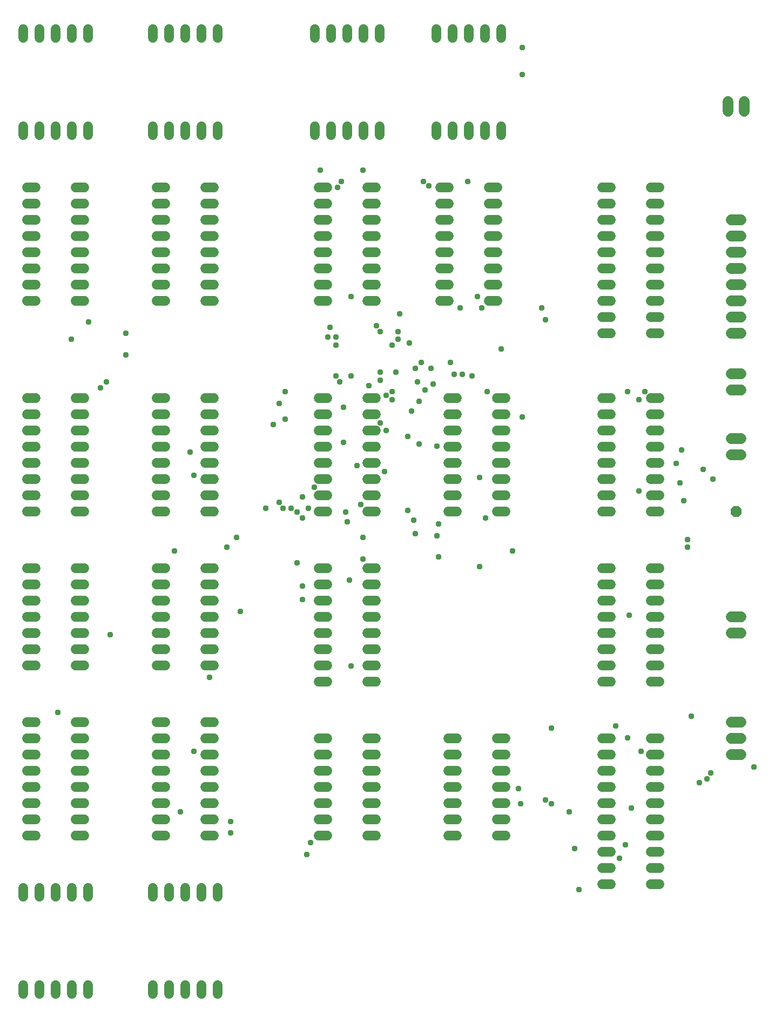
<source format=gbr>
G04 EAGLE Gerber RS-274X export*
G75*
%MOMM*%
%FSLAX34Y34*%
%LPD*%
%INSoldermask Top*%
%IPPOS*%
%AMOC8*
5,1,8,0,0,1.08239X$1,22.5*%
G01*
%ADD10C,1.524000*%
%ADD11C,1.727200*%
%ADD12P,1.869504X8X292.500000*%
%ADD13C,0.959600*%


D10*
X381000Y107696D02*
X381000Y120904D01*
X406400Y120904D02*
X406400Y107696D01*
X431800Y107696D02*
X431800Y120904D01*
X457200Y120904D02*
X457200Y107696D01*
X482600Y107696D02*
X482600Y120904D01*
X482600Y260096D02*
X482600Y273304D01*
X457200Y273304D02*
X457200Y260096D01*
X431800Y260096D02*
X431800Y273304D01*
X406400Y273304D02*
X406400Y260096D01*
X381000Y260096D02*
X381000Y273304D01*
X177800Y120904D02*
X177800Y107696D01*
X203200Y107696D02*
X203200Y120904D01*
X228600Y120904D02*
X228600Y107696D01*
X254000Y107696D02*
X254000Y120904D01*
X279400Y120904D02*
X279400Y107696D01*
X279400Y260096D02*
X279400Y273304D01*
X254000Y273304D02*
X254000Y260096D01*
X228600Y260096D02*
X228600Y273304D01*
X203200Y273304D02*
X203200Y260096D01*
X177800Y260096D02*
X177800Y273304D01*
X183896Y774700D02*
X197104Y774700D01*
X197104Y749300D02*
X183896Y749300D01*
X183896Y622300D02*
X197104Y622300D01*
X260096Y622300D02*
X273304Y622300D01*
X197104Y723900D02*
X183896Y723900D01*
X183896Y698500D02*
X197104Y698500D01*
X197104Y647700D02*
X183896Y647700D01*
X183896Y673100D02*
X197104Y673100D01*
X260096Y647700D02*
X273304Y647700D01*
X273304Y673100D02*
X260096Y673100D01*
X260096Y698500D02*
X273304Y698500D01*
X273304Y723900D02*
X260096Y723900D01*
X260096Y749300D02*
X273304Y749300D01*
X273304Y774700D02*
X260096Y774700D01*
X387096Y774700D02*
X400304Y774700D01*
X400304Y749300D02*
X387096Y749300D01*
X387096Y622300D02*
X400304Y622300D01*
X463296Y622300D02*
X476504Y622300D01*
X400304Y723900D02*
X387096Y723900D01*
X387096Y698500D02*
X400304Y698500D01*
X400304Y647700D02*
X387096Y647700D01*
X387096Y673100D02*
X400304Y673100D01*
X463296Y647700D02*
X476504Y647700D01*
X476504Y673100D02*
X463296Y673100D01*
X463296Y698500D02*
X476504Y698500D01*
X476504Y723900D02*
X463296Y723900D01*
X463296Y749300D02*
X476504Y749300D01*
X476504Y774700D02*
X463296Y774700D01*
X641096Y774700D02*
X654304Y774700D01*
X654304Y749300D02*
X641096Y749300D01*
X641096Y622300D02*
X654304Y622300D01*
X654304Y596900D02*
X641096Y596900D01*
X641096Y723900D02*
X654304Y723900D01*
X654304Y698500D02*
X641096Y698500D01*
X641096Y647700D02*
X654304Y647700D01*
X654304Y673100D02*
X641096Y673100D01*
X717296Y596900D02*
X730504Y596900D01*
X730504Y622300D02*
X717296Y622300D01*
X717296Y647700D02*
X730504Y647700D01*
X730504Y673100D02*
X717296Y673100D01*
X717296Y698500D02*
X730504Y698500D01*
X730504Y723900D02*
X717296Y723900D01*
X717296Y749300D02*
X730504Y749300D01*
X730504Y774700D02*
X717296Y774700D01*
X844296Y1041400D02*
X857504Y1041400D01*
X857504Y1016000D02*
X844296Y1016000D01*
X844296Y889000D02*
X857504Y889000D01*
X857504Y863600D02*
X844296Y863600D01*
X844296Y990600D02*
X857504Y990600D01*
X857504Y965200D02*
X844296Y965200D01*
X844296Y914400D02*
X857504Y914400D01*
X857504Y939800D02*
X844296Y939800D01*
X920496Y863600D02*
X933704Y863600D01*
X933704Y889000D02*
X920496Y889000D01*
X920496Y914400D02*
X933704Y914400D01*
X933704Y939800D02*
X920496Y939800D01*
X920496Y965200D02*
X933704Y965200D01*
X933704Y990600D02*
X920496Y990600D01*
X920496Y1016000D02*
X933704Y1016000D01*
X933704Y1041400D02*
X920496Y1041400D01*
X1085596Y774700D02*
X1098804Y774700D01*
X1098804Y749300D02*
X1085596Y749300D01*
X1085596Y622300D02*
X1098804Y622300D01*
X1098804Y596900D02*
X1085596Y596900D01*
X1085596Y723900D02*
X1098804Y723900D01*
X1098804Y698500D02*
X1085596Y698500D01*
X1085596Y647700D02*
X1098804Y647700D01*
X1098804Y673100D02*
X1085596Y673100D01*
X1161796Y596900D02*
X1175004Y596900D01*
X1175004Y622300D02*
X1161796Y622300D01*
X1161796Y647700D02*
X1175004Y647700D01*
X1175004Y673100D02*
X1161796Y673100D01*
X1161796Y698500D02*
X1175004Y698500D01*
X1175004Y723900D02*
X1161796Y723900D01*
X1161796Y749300D02*
X1175004Y749300D01*
X1175004Y774700D02*
X1161796Y774700D01*
X1098804Y508000D02*
X1085596Y508000D01*
X1085596Y482600D02*
X1098804Y482600D01*
X1098804Y355600D02*
X1085596Y355600D01*
X1085596Y330200D02*
X1098804Y330200D01*
X1098804Y457200D02*
X1085596Y457200D01*
X1085596Y431800D02*
X1098804Y431800D01*
X1098804Y381000D02*
X1085596Y381000D01*
X1085596Y406400D02*
X1098804Y406400D01*
X1098804Y304800D02*
X1085596Y304800D01*
X1085596Y279400D02*
X1098804Y279400D01*
X1161796Y279400D02*
X1175004Y279400D01*
X1175004Y304800D02*
X1161796Y304800D01*
X1161796Y330200D02*
X1175004Y330200D01*
X1175004Y355600D02*
X1161796Y355600D01*
X1161796Y381000D02*
X1175004Y381000D01*
X1175004Y406400D02*
X1161796Y406400D01*
X1161796Y431800D02*
X1175004Y431800D01*
X1175004Y457200D02*
X1161796Y457200D01*
X1161796Y482600D02*
X1175004Y482600D01*
X1175004Y508000D02*
X1161796Y508000D01*
X400304Y533400D02*
X387096Y533400D01*
X387096Y508000D02*
X400304Y508000D01*
X400304Y381000D02*
X387096Y381000D01*
X387096Y355600D02*
X400304Y355600D01*
X400304Y482600D02*
X387096Y482600D01*
X387096Y457200D02*
X400304Y457200D01*
X400304Y406400D02*
X387096Y406400D01*
X387096Y431800D02*
X400304Y431800D01*
X463296Y355600D02*
X476504Y355600D01*
X476504Y381000D02*
X463296Y381000D01*
X463296Y406400D02*
X476504Y406400D01*
X476504Y431800D02*
X463296Y431800D01*
X463296Y457200D02*
X476504Y457200D01*
X476504Y482600D02*
X463296Y482600D01*
X463296Y508000D02*
X476504Y508000D01*
X476504Y533400D02*
X463296Y533400D01*
X197104Y533400D02*
X183896Y533400D01*
X183896Y508000D02*
X197104Y508000D01*
X197104Y381000D02*
X183896Y381000D01*
X183896Y355600D02*
X197104Y355600D01*
X197104Y482600D02*
X183896Y482600D01*
X183896Y457200D02*
X197104Y457200D01*
X197104Y406400D02*
X183896Y406400D01*
X183896Y431800D02*
X197104Y431800D01*
X260096Y355600D02*
X273304Y355600D01*
X273304Y381000D02*
X260096Y381000D01*
X260096Y406400D02*
X273304Y406400D01*
X273304Y431800D02*
X260096Y431800D01*
X260096Y457200D02*
X273304Y457200D01*
X273304Y482600D02*
X260096Y482600D01*
X260096Y508000D02*
X273304Y508000D01*
X273304Y533400D02*
X260096Y533400D01*
X844296Y508000D02*
X857504Y508000D01*
X857504Y482600D02*
X844296Y482600D01*
X844296Y355600D02*
X857504Y355600D01*
X920496Y355600D02*
X933704Y355600D01*
X857504Y457200D02*
X844296Y457200D01*
X844296Y431800D02*
X857504Y431800D01*
X857504Y381000D02*
X844296Y381000D01*
X844296Y406400D02*
X857504Y406400D01*
X920496Y381000D02*
X933704Y381000D01*
X933704Y406400D02*
X920496Y406400D01*
X920496Y431800D02*
X933704Y431800D01*
X933704Y457200D02*
X920496Y457200D01*
X920496Y482600D02*
X933704Y482600D01*
X933704Y508000D02*
X920496Y508000D01*
X654304Y508000D02*
X641096Y508000D01*
X641096Y482600D02*
X654304Y482600D01*
X654304Y355600D02*
X641096Y355600D01*
X717296Y355600D02*
X730504Y355600D01*
X654304Y457200D02*
X641096Y457200D01*
X641096Y431800D02*
X654304Y431800D01*
X654304Y381000D02*
X641096Y381000D01*
X641096Y406400D02*
X654304Y406400D01*
X717296Y381000D02*
X730504Y381000D01*
X730504Y406400D02*
X717296Y406400D01*
X717296Y431800D02*
X730504Y431800D01*
X730504Y457200D02*
X717296Y457200D01*
X717296Y482600D02*
X730504Y482600D01*
X730504Y508000D02*
X717296Y508000D01*
X635000Y1453896D02*
X635000Y1467104D01*
X660400Y1467104D02*
X660400Y1453896D01*
X685800Y1453896D02*
X685800Y1467104D01*
X711200Y1467104D02*
X711200Y1453896D01*
X736600Y1453896D02*
X736600Y1467104D01*
X736600Y1606296D02*
X736600Y1619504D01*
X711200Y1619504D02*
X711200Y1606296D01*
X685800Y1606296D02*
X685800Y1619504D01*
X660400Y1619504D02*
X660400Y1606296D01*
X635000Y1606296D02*
X635000Y1619504D01*
X825500Y1467104D02*
X825500Y1453896D01*
X850900Y1453896D02*
X850900Y1467104D01*
X876300Y1467104D02*
X876300Y1453896D01*
X901700Y1453896D02*
X901700Y1467104D01*
X927100Y1467104D02*
X927100Y1453896D01*
X927100Y1606296D02*
X927100Y1619504D01*
X901700Y1619504D02*
X901700Y1606296D01*
X876300Y1606296D02*
X876300Y1619504D01*
X850900Y1619504D02*
X850900Y1606296D01*
X825500Y1606296D02*
X825500Y1619504D01*
X1085596Y1371600D02*
X1098804Y1371600D01*
X1098804Y1346200D02*
X1085596Y1346200D01*
X1085596Y1219200D02*
X1098804Y1219200D01*
X1098804Y1193800D02*
X1085596Y1193800D01*
X1085596Y1320800D02*
X1098804Y1320800D01*
X1098804Y1295400D02*
X1085596Y1295400D01*
X1085596Y1244600D02*
X1098804Y1244600D01*
X1098804Y1270000D02*
X1085596Y1270000D01*
X1085596Y1168400D02*
X1098804Y1168400D01*
X1098804Y1143000D02*
X1085596Y1143000D01*
X1161796Y1143000D02*
X1175004Y1143000D01*
X1175004Y1168400D02*
X1161796Y1168400D01*
X1161796Y1193800D02*
X1175004Y1193800D01*
X1175004Y1219200D02*
X1161796Y1219200D01*
X1161796Y1244600D02*
X1175004Y1244600D01*
X1175004Y1270000D02*
X1161796Y1270000D01*
X1161796Y1295400D02*
X1175004Y1295400D01*
X1175004Y1320800D02*
X1161796Y1320800D01*
X1161796Y1346200D02*
X1175004Y1346200D01*
X1175004Y1371600D02*
X1161796Y1371600D01*
X1098804Y1041400D02*
X1085596Y1041400D01*
X1085596Y1016000D02*
X1098804Y1016000D01*
X1098804Y889000D02*
X1085596Y889000D01*
X1085596Y863600D02*
X1098804Y863600D01*
X1098804Y990600D02*
X1085596Y990600D01*
X1085596Y965200D02*
X1098804Y965200D01*
X1098804Y914400D02*
X1085596Y914400D01*
X1085596Y939800D02*
X1098804Y939800D01*
X1161796Y863600D02*
X1175004Y863600D01*
X1175004Y889000D02*
X1161796Y889000D01*
X1161796Y914400D02*
X1175004Y914400D01*
X1175004Y939800D02*
X1161796Y939800D01*
X1161796Y965200D02*
X1175004Y965200D01*
X1175004Y990600D02*
X1161796Y990600D01*
X1161796Y1016000D02*
X1175004Y1016000D01*
X1175004Y1041400D02*
X1161796Y1041400D01*
X654304Y1041400D02*
X641096Y1041400D01*
X641096Y1016000D02*
X654304Y1016000D01*
X654304Y889000D02*
X641096Y889000D01*
X641096Y863600D02*
X654304Y863600D01*
X654304Y990600D02*
X641096Y990600D01*
X641096Y965200D02*
X654304Y965200D01*
X654304Y914400D02*
X641096Y914400D01*
X641096Y939800D02*
X654304Y939800D01*
X717296Y863600D02*
X730504Y863600D01*
X730504Y889000D02*
X717296Y889000D01*
X717296Y914400D02*
X730504Y914400D01*
X730504Y939800D02*
X717296Y939800D01*
X717296Y965200D02*
X730504Y965200D01*
X730504Y990600D02*
X717296Y990600D01*
X717296Y1016000D02*
X730504Y1016000D01*
X730504Y1041400D02*
X717296Y1041400D01*
X654304Y1371600D02*
X641096Y1371600D01*
X641096Y1346200D02*
X654304Y1346200D01*
X654304Y1219200D02*
X641096Y1219200D01*
X641096Y1193800D02*
X654304Y1193800D01*
X654304Y1320800D02*
X641096Y1320800D01*
X641096Y1295400D02*
X654304Y1295400D01*
X654304Y1244600D02*
X641096Y1244600D01*
X641096Y1270000D02*
X654304Y1270000D01*
X717296Y1193800D02*
X730504Y1193800D01*
X730504Y1219200D02*
X717296Y1219200D01*
X717296Y1244600D02*
X730504Y1244600D01*
X730504Y1270000D02*
X717296Y1270000D01*
X717296Y1295400D02*
X730504Y1295400D01*
X730504Y1320800D02*
X717296Y1320800D01*
X717296Y1346200D02*
X730504Y1346200D01*
X730504Y1371600D02*
X717296Y1371600D01*
X831596Y1371600D02*
X844804Y1371600D01*
X844804Y1346200D02*
X831596Y1346200D01*
X831596Y1219200D02*
X844804Y1219200D01*
X844804Y1193800D02*
X831596Y1193800D01*
X831596Y1320800D02*
X844804Y1320800D01*
X844804Y1295400D02*
X831596Y1295400D01*
X831596Y1244600D02*
X844804Y1244600D01*
X844804Y1270000D02*
X831596Y1270000D01*
X907796Y1193800D02*
X921004Y1193800D01*
X921004Y1219200D02*
X907796Y1219200D01*
X907796Y1244600D02*
X921004Y1244600D01*
X921004Y1270000D02*
X907796Y1270000D01*
X907796Y1295400D02*
X921004Y1295400D01*
X921004Y1320800D02*
X907796Y1320800D01*
X907796Y1346200D02*
X921004Y1346200D01*
X921004Y1371600D02*
X907796Y1371600D01*
X177800Y1453896D02*
X177800Y1467104D01*
X203200Y1467104D02*
X203200Y1453896D01*
X228600Y1453896D02*
X228600Y1467104D01*
X254000Y1467104D02*
X254000Y1453896D01*
X279400Y1453896D02*
X279400Y1467104D01*
X279400Y1606296D02*
X279400Y1619504D01*
X254000Y1619504D02*
X254000Y1606296D01*
X228600Y1606296D02*
X228600Y1619504D01*
X203200Y1619504D02*
X203200Y1606296D01*
X177800Y1606296D02*
X177800Y1619504D01*
X381000Y1467104D02*
X381000Y1453896D01*
X406400Y1453896D02*
X406400Y1467104D01*
X431800Y1467104D02*
X431800Y1453896D01*
X457200Y1453896D02*
X457200Y1467104D01*
X482600Y1467104D02*
X482600Y1453896D01*
X482600Y1606296D02*
X482600Y1619504D01*
X457200Y1619504D02*
X457200Y1606296D01*
X431800Y1606296D02*
X431800Y1619504D01*
X406400Y1619504D02*
X406400Y1606296D01*
X381000Y1606296D02*
X381000Y1619504D01*
X197104Y1041400D02*
X183896Y1041400D01*
X183896Y1016000D02*
X197104Y1016000D01*
X197104Y889000D02*
X183896Y889000D01*
X183896Y863600D02*
X197104Y863600D01*
X197104Y990600D02*
X183896Y990600D01*
X183896Y965200D02*
X197104Y965200D01*
X197104Y914400D02*
X183896Y914400D01*
X183896Y939800D02*
X197104Y939800D01*
X260096Y863600D02*
X273304Y863600D01*
X273304Y889000D02*
X260096Y889000D01*
X260096Y914400D02*
X273304Y914400D01*
X273304Y939800D02*
X260096Y939800D01*
X260096Y965200D02*
X273304Y965200D01*
X273304Y990600D02*
X260096Y990600D01*
X260096Y1016000D02*
X273304Y1016000D01*
X273304Y1041400D02*
X260096Y1041400D01*
X387096Y1041400D02*
X400304Y1041400D01*
X400304Y1016000D02*
X387096Y1016000D01*
X387096Y889000D02*
X400304Y889000D01*
X400304Y863600D02*
X387096Y863600D01*
X387096Y990600D02*
X400304Y990600D01*
X400304Y965200D02*
X387096Y965200D01*
X387096Y914400D02*
X400304Y914400D01*
X400304Y939800D02*
X387096Y939800D01*
X463296Y863600D02*
X476504Y863600D01*
X476504Y889000D02*
X463296Y889000D01*
X463296Y914400D02*
X476504Y914400D01*
X476504Y939800D02*
X463296Y939800D01*
X463296Y965200D02*
X476504Y965200D01*
X476504Y990600D02*
X463296Y990600D01*
X463296Y1016000D02*
X476504Y1016000D01*
X476504Y1041400D02*
X463296Y1041400D01*
X197104Y1371600D02*
X183896Y1371600D01*
X183896Y1346200D02*
X197104Y1346200D01*
X197104Y1219200D02*
X183896Y1219200D01*
X183896Y1193800D02*
X197104Y1193800D01*
X197104Y1320800D02*
X183896Y1320800D01*
X183896Y1295400D02*
X197104Y1295400D01*
X197104Y1244600D02*
X183896Y1244600D01*
X183896Y1270000D02*
X197104Y1270000D01*
X260096Y1193800D02*
X273304Y1193800D01*
X273304Y1219200D02*
X260096Y1219200D01*
X260096Y1244600D02*
X273304Y1244600D01*
X273304Y1270000D02*
X260096Y1270000D01*
X260096Y1295400D02*
X273304Y1295400D01*
X273304Y1320800D02*
X260096Y1320800D01*
X260096Y1346200D02*
X273304Y1346200D01*
X273304Y1371600D02*
X260096Y1371600D01*
X387096Y1371600D02*
X400304Y1371600D01*
X400304Y1346200D02*
X387096Y1346200D01*
X387096Y1219200D02*
X400304Y1219200D01*
X400304Y1193800D02*
X387096Y1193800D01*
X387096Y1320800D02*
X400304Y1320800D01*
X400304Y1295400D02*
X387096Y1295400D01*
X387096Y1244600D02*
X400304Y1244600D01*
X400304Y1270000D02*
X387096Y1270000D01*
X463296Y1193800D02*
X476504Y1193800D01*
X476504Y1219200D02*
X463296Y1219200D01*
X463296Y1244600D02*
X476504Y1244600D01*
X476504Y1270000D02*
X463296Y1270000D01*
X463296Y1295400D02*
X476504Y1295400D01*
X476504Y1320800D02*
X463296Y1320800D01*
X463296Y1346200D02*
X476504Y1346200D01*
X476504Y1371600D02*
X463296Y1371600D01*
D11*
X1287780Y1143000D02*
X1303020Y1143000D01*
X1303020Y1168400D02*
X1287780Y1168400D01*
X1287780Y1193800D02*
X1303020Y1193800D01*
X1303020Y1219200D02*
X1287780Y1219200D01*
X1287780Y1244600D02*
X1303020Y1244600D01*
X1303020Y1270000D02*
X1287780Y1270000D01*
X1287780Y1295400D02*
X1303020Y1295400D01*
X1303020Y1320800D02*
X1287780Y1320800D01*
X1287780Y533400D02*
X1303020Y533400D01*
X1303020Y508000D02*
X1287780Y508000D01*
X1287780Y482600D02*
X1303020Y482600D01*
X1303020Y698500D02*
X1287780Y698500D01*
X1287780Y673100D02*
X1303020Y673100D01*
X1308100Y1490980D02*
X1308100Y1506220D01*
X1282700Y1506220D02*
X1282700Y1490980D01*
D12*
X1295400Y863600D03*
D11*
X1287780Y1079500D02*
X1303020Y1079500D01*
X1303020Y1054100D02*
X1287780Y1054100D01*
X1287780Y952500D02*
X1303020Y952500D01*
X1303020Y977900D02*
X1287780Y977900D01*
D13*
X231648Y548640D03*
X1143000Y896112D03*
X1005840Y524256D03*
X996696Y411480D03*
X1322832Y463296D03*
X1255776Y454152D03*
X682752Y862584D03*
X1249680Y445008D03*
X710184Y822960D03*
X1237488Y438912D03*
X1143000Y1039368D03*
X1200912Y938784D03*
X1152144Y1051560D03*
X1207008Y908304D03*
X1210056Y960120D03*
X1213104Y880872D03*
X1243584Y929640D03*
X1258824Y914400D03*
X579120Y877824D03*
X667512Y1124712D03*
X737616Y1069848D03*
X819912Y1063752D03*
X944880Y801624D03*
X826008Y826008D03*
X780288Y865632D03*
X780288Y981456D03*
X1124712Y1051560D03*
X624840Y868680D03*
X688848Y755904D03*
X685800Y847344D03*
X707136Y874776D03*
X829056Y844296D03*
X896112Y1182624D03*
X755904Y1039368D03*
X743712Y926592D03*
X996696Y1164336D03*
X746760Y990600D03*
X746760Y1045464D03*
X960120Y1011936D03*
X865632Y1078992D03*
X847344Y1097280D03*
X990600Y1182624D03*
X926592Y1118616D03*
X862584Y1182624D03*
X679704Y972312D03*
X679704Y1027176D03*
X798576Y969264D03*
X737616Y1002792D03*
X710184Y1399032D03*
X643128Y1399032D03*
X798576Y1036320D03*
X719328Y1060704D03*
X673608Y1066800D03*
X890016Y1200912D03*
X768096Y1173480D03*
X691896Y1200912D03*
X804672Y1380744D03*
X813816Y1374648D03*
X676656Y1380744D03*
X670560Y1371600D03*
X960120Y1548384D03*
X960120Y1591056D03*
X874776Y1380744D03*
X792480Y829056D03*
X338328Y1109472D03*
X338328Y1143000D03*
X280416Y1161288D03*
X252984Y1133856D03*
X298704Y1057656D03*
X512064Y822960D03*
X445008Y920496D03*
X307848Y1066800D03*
X496824Y807720D03*
X438912Y957072D03*
X518160Y707136D03*
X585216Y868680D03*
X588264Y1008888D03*
X588264Y1051560D03*
X658368Y1152144D03*
X731520Y1155192D03*
X765048Y1146048D03*
X783336Y1127760D03*
X762000Y1082040D03*
X755904Y1051560D03*
X786384Y1021080D03*
X826008Y966216D03*
X615696Y853440D03*
X569976Y999744D03*
X579120Y1033272D03*
X655320Y1136904D03*
X737616Y1146048D03*
X765048Y1133856D03*
X801624Y1097280D03*
X816864Y1088136D03*
X795528Y1066800D03*
X807720Y1054608D03*
X597408Y868680D03*
X667512Y1075944D03*
X691896Y1075944D03*
X755904Y1124712D03*
X792480Y1088136D03*
X853440Y1078992D03*
X414528Y801624D03*
X557784Y868680D03*
X667512Y1136904D03*
X737616Y1082040D03*
X880872Y1075944D03*
X905256Y1051560D03*
X313944Y670560D03*
X469392Y603504D03*
X615696Y746760D03*
X691896Y621792D03*
X893064Y917448D03*
X1219200Y819912D03*
X1048512Y271272D03*
X789432Y850392D03*
X1106424Y527304D03*
X1124712Y509016D03*
X1146048Y487680D03*
X893064Y777240D03*
X1112520Y320040D03*
X902208Y853440D03*
X1225296Y542544D03*
X423672Y393192D03*
X957072Y405384D03*
X954024Y429768D03*
X1042416Y335280D03*
X710184Y789432D03*
X1121664Y341376D03*
X627888Y344424D03*
X1130808Y399288D03*
X1033272Y393192D03*
X1219200Y807720D03*
X502920Y377952D03*
X502920Y359664D03*
X445008Y487680D03*
X621792Y326136D03*
X1005840Y405384D03*
X615696Y725424D03*
X606552Y783336D03*
X606552Y862584D03*
X615696Y886968D03*
X633984Y902208D03*
X701040Y935736D03*
X829056Y792480D03*
X1127760Y701040D03*
M02*

</source>
